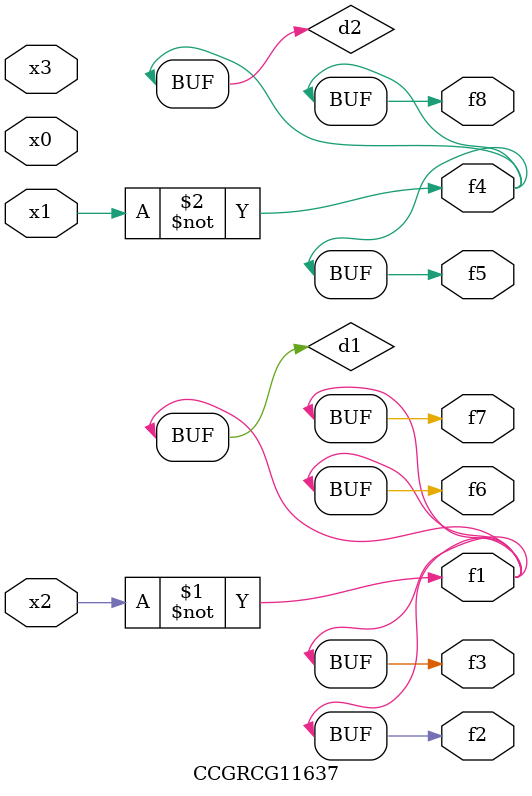
<source format=v>
module CCGRCG11637(
	input x0, x1, x2, x3,
	output f1, f2, f3, f4, f5, f6, f7, f8
);

	wire d1, d2;

	xnor (d1, x2);
	not (d2, x1);
	assign f1 = d1;
	assign f2 = d1;
	assign f3 = d1;
	assign f4 = d2;
	assign f5 = d2;
	assign f6 = d1;
	assign f7 = d1;
	assign f8 = d2;
endmodule

</source>
